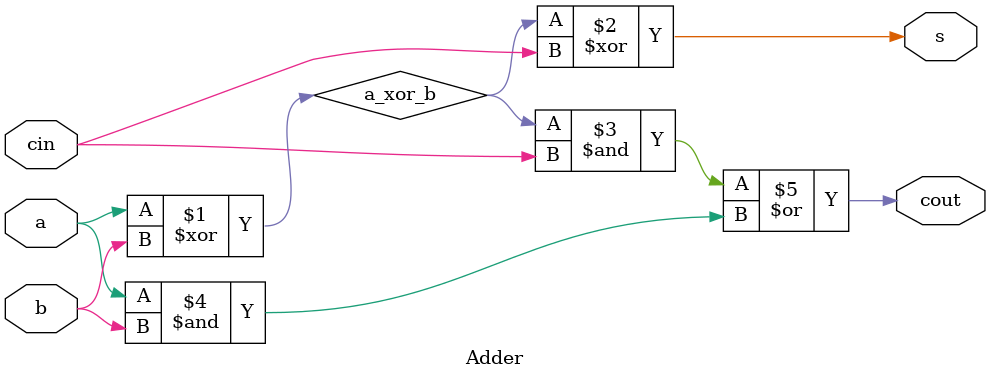
<source format=v>
module Adder (
    cin,
    a,
    b,
    cout,
    s,
);
    input cin, a, b;
    output cout, s;
    wire a_xor_b;
    assign a_xor_b = a ^ b;
    assign s = a_xor_b ^ cin;
    assign cout = (a_xor_b & cin) | (a & b);
endmodule
</source>
